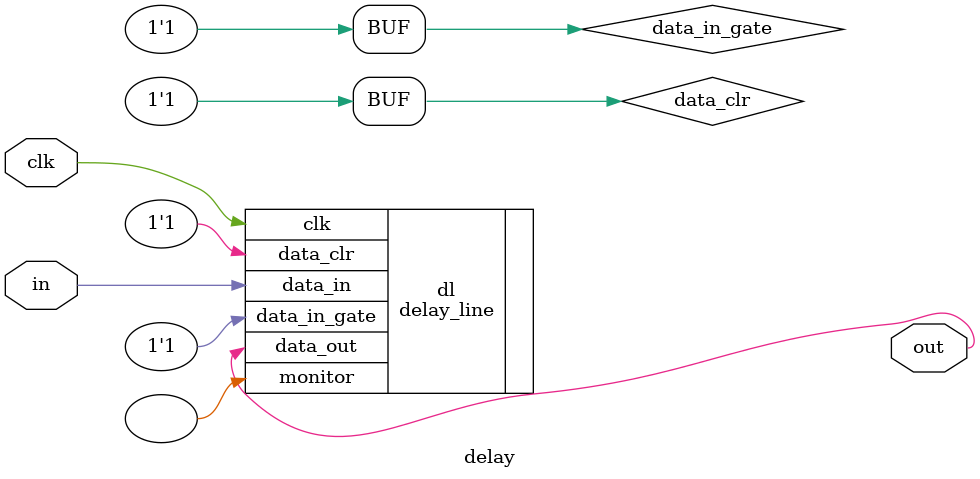
<source format=v>
/* Copyright 2017 Hatim Kanchwala
 *
 * Contributor Hatim Kanchwala <hatim@hatimak.me>
 *
 * This file is licensed under the CERN OHL v. 1.2. You may redistribute and 
 * modify this documentation under the terms of the 
 * CERN OHL v.1.2. (http://ohwr.org/cernohl). This documentation is distributed 
 * WITHOUT ANY EXPRESS OR IMPLIED WARRANTY, INCLUDING OF MERCHANTABILITY, 
 * SATISFACTORY QUALITY AND FITNESS FOR A PARTICULAR PURPOSE. Please see the 
 * CERN OHL v.1.2 for applicable conditions.
 */
 
 module delay
  #(parameter INTERVAL = 1
   )
   (output wire out,

    input wire  clk,
    input wire  in
   );

   reg data_clr = 1'b1;
   reg data_in_gate = 1'b1;

   delay_line #(.STORE_LEN(1), .WORD_WIDTH(INTERVAL)) dl
     (.monitor      (),
      .data_out     (out),

      .clk          (clk),
      .data_in      (in),
      .data_in_gate (data_in_gate),
      .data_clr     (data_clr)
     );

endmodule

</source>
